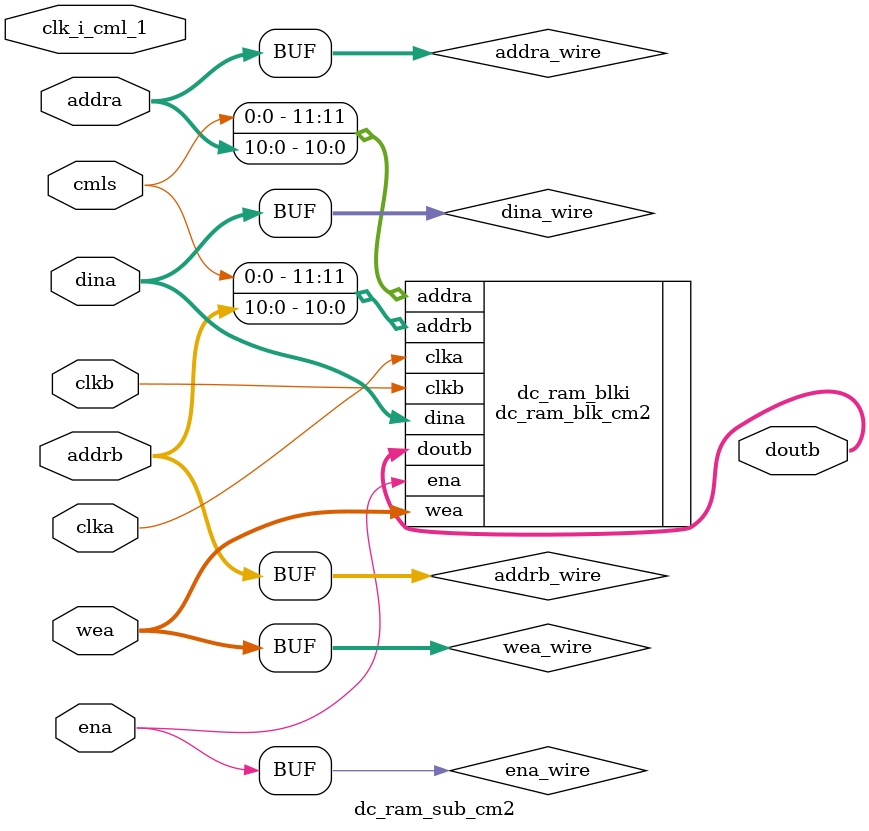
<source format=v>
/*******************************************************************************
*     This file is owned and controlled by Xilinx and must be used             *
*     solely for design, simulation, implementation and creation of            *
*     design files limited to Xilinx devices or technologies. Use              *
*     with non-Xilinx devices or technologies is expressly prohibited          *
*     and immediately terminates your license.                                 *
*                                                                              *
*     XILINX IS PROVIDING THIS DESIGN, CODE, OR INFORMATION "AS IS"            *
*     SOLELY FOR USE IN DEVELOPING PROGRAMS AND SOLUTIONS FOR                  *
*     XILINX DEVICES.  BY PROVIDING THIS DESIGN, CODE, OR INFORMATION          *
*     AS ONE POSSIBLE IMPLEMENTATION OF THIS FEATURE, APPLICATION              *
*     OR STANDARD, XILINX IS MAKING NO REPRESENTATION THAT THIS                *
*     IMPLEMENTATION IS FREE FROM ANY CLAIMS OF INFRINGEMENT,                  *
*     AND YOU ARE RESPONSIBLE FOR OBTAINING ANY RIGHTS YOU MAY REQUIRE         *
*     FOR YOUR IMPLEMENTATION.  XILINX EXPRESSLY DISCLAIMS ANY                 *
*     WARRANTY WHATSOEVER WITH RESPECT TO THE ADEQUACY OF THE                  *
*     IMPLEMENTATION, INCLUDING BUT NOT LIMITED TO ANY WARRANTIES OR           *
*     REPRESENTATIONS THAT THIS IMPLEMENTATION IS FREE FROM CLAIMS OF          *
*     INFRINGEMENT, IMPLIED WARRANTIES OF MERCHANTABILITY AND FITNESS          *
*     FOR A PARTICULAR PURPOSE.                                                *
*                                                                              *
*     Xilinx products are not intended for use in life support                 *
*     appliances, devices, or systems. Use in such applications are            *
*     expressly prohibited.                                                    *
*                                                                              *
*     (c) Copyright 1995-2009 Xilinx, Inc.                                     *
*     All rights reserved.                                                     *
*******************************************************************************/
// The synthesis directives "translate_off/translate_on" specified below are
// supported by Xilinx, Mentor Graphics and Synplicity synthesis
// tools. Ensure they are correct for your synthesis tool(s).

// You must compile the wrapper file dc_ram_blk.v when simulating
// the core, dc_ram_blk. When compiling the wrapper file, be sure to
// reference the XilinxCoreLib Verilog simulation library. For detailed
// instructions, please refer to the "CORE Generator Help".

`timescale 1ns/1ps

module dc_ram_sub_cm2(
		clk_i_cml_1,
		cmls,
		
	clka,
	ena,
	wea,
	addra,
	dina,
	clkb,
	addrb,
	doutb);


input clk_i_cml_1;
input cmls;




input clka;
input ena;
input [3 : 0] wea;
input [10 : 0] addra;
input [31 : 0] dina;
input clkb;
input [10 : 0] addrb;
output [31 : 0] doutb;

wire ena_wire;
wire [3 : 0] wea_wire;
wire [10 : 0] addra_wire;
wire [31 : 0] dina_wire;
wire [10 : 0] addrb_wire;

assign ena_wire = ena;
assign wea_wire = wea;
assign addra_wire = addra;
assign dina_wire = dina;
assign addrb_wire = addrb;

dc_ram_blk_cm2 dc_ram_blki(
	.clka(clka),
	.ena(ena_wire),
	//.regcea(1'b1),
	.wea(wea_wire),
	.addra({cmls, addra_wire}),
	.dina(dina_wire),
	.clkb(clkb),
	.addrb({cmls, addrb_wire}),
	.doutb(doutb));

endmodule



</source>
